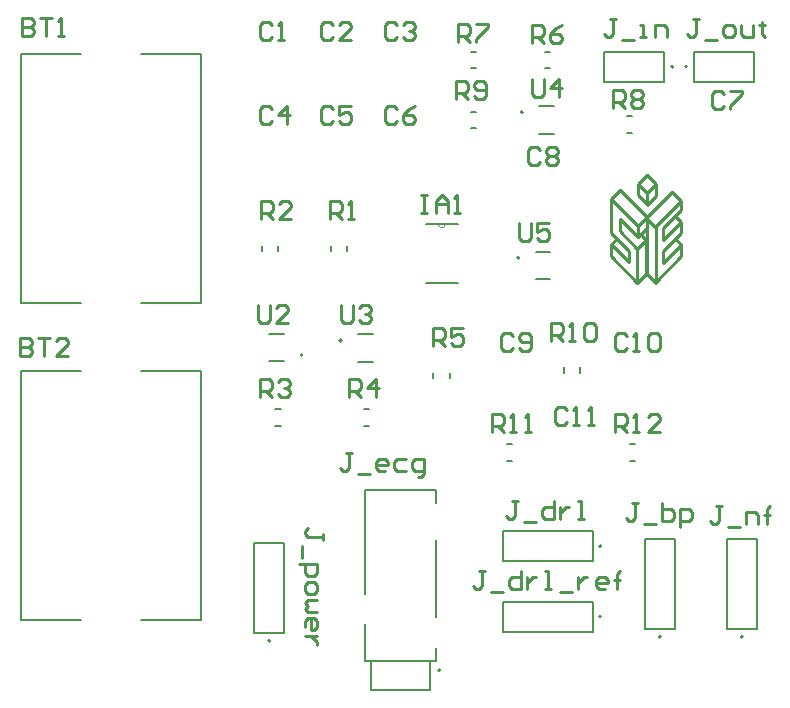
<source format=gbr>
%TF.GenerationSoftware,Altium Limited,DefaultClient, ()*%
G04 Layer_Color=65535*
%FSLAX26Y26*%
%MOIN*%
%TF.SameCoordinates,28E0FE5E-BC46-41F2-A807-9729679EB8C0*%
%TF.FilePolarity,Positive*%
%TF.FileFunction,Legend,Top*%
%TF.Part,Single*%
G01*
G75*
%TA.AperFunction,NonConductor*%
%ADD27C,0.007874*%
%ADD28C,0.000000*%
%ADD29C,0.005000*%
%ADD30C,0.010000*%
%ADD31C,0.006000*%
D27*
X4863858Y1935709D02*
G03*
X4863858Y1935709I-3937J0D01*
G01*
X4296123Y2034410D02*
G03*
X4296123Y2034410I-3937J0D01*
G01*
X4403475Y2986297D02*
G03*
X4403475Y2986297I-3937J0D01*
G01*
X5126260Y3310591D02*
G03*
X5126260Y3310591I-3937J0D01*
G01*
X5137775Y3795965D02*
G03*
X5137775Y3795965I-3937J0D01*
G01*
X5399527Y2350001D02*
G03*
X5399527Y2350001I-3937J0D01*
G01*
X4534081Y3034983D02*
G03*
X4534081Y3034983I-3937J0D01*
G01*
X5598725Y2047456D02*
G03*
X5598725Y2047456I-3937J0D01*
G01*
X5871215Y2047456D02*
G03*
X5871215Y2047456I-3937J0D01*
G01*
X5399528Y2115000D02*
G03*
X5399528Y2115000I-3937J0D01*
G01*
X5639220Y3947402D02*
G03*
X5639220Y3947402I-3937J0D01*
G01*
X5685514D02*
G03*
X5685514Y3947402I-3937J0D01*
G01*
X4242186Y2060000D02*
X4342186D01*
X4242186Y2360000D02*
X4342186D01*
X4242186Y2060000D02*
Y2360000D01*
X4342186Y2060000D02*
Y2360000D01*
X5370000Y2300000D02*
Y2400000D01*
X5070000Y2300000D02*
Y2400000D01*
Y2300000D02*
X5370000D01*
X5070000Y2400000D02*
X5370000D01*
X5544788Y2073046D02*
X5644788D01*
X5544788Y2373046D02*
X5644788D01*
X5544788Y2073046D02*
Y2373046D01*
X5644788Y2073046D02*
Y2373046D01*
X5817278Y2073046D02*
X5917278D01*
X5817278Y2373046D02*
X5917278D01*
X5817278Y2073046D02*
Y2373046D01*
X5917278Y2073046D02*
Y2373046D01*
X5370000Y2065000D02*
Y2165000D01*
X5070000Y2065000D02*
Y2165000D01*
Y2065000D02*
X5370000D01*
X5070000Y2165000D02*
X5370000D01*
X5409692Y3997402D02*
X5609692D01*
X5409692Y3897402D02*
X5609692D01*
X5409692D02*
Y3997402D01*
X5609692Y3897402D02*
Y3997402D01*
X5707168Y3897402D02*
X5907168D01*
X5707168Y3997402D02*
X5907168D01*
Y3897402D02*
Y3997402D01*
X5707168Y3897402D02*
Y3997402D01*
D28*
X4855390Y3422835D02*
G03*
X4879390Y3422835I12000J0D01*
G01*
D29*
X4828426Y1967204D02*
X4848110D01*
X4631574D02*
X4828426D01*
X4611890D02*
X4631574D01*
X4611890D02*
Y2089252D01*
Y2191614D02*
Y2538070D01*
X4848110D01*
Y1967204D02*
Y2010512D01*
Y2112874D02*
Y2368780D01*
Y2494764D02*
Y2538070D01*
X4631574Y1868780D02*
Y1967204D01*
Y1868780D02*
X4828426D01*
Y1967204D01*
X4292254Y3057950D02*
X4341468D01*
X4292254Y2965824D02*
X4341468D01*
X5211792Y3997008D02*
X5229114D01*
X5211792Y3941890D02*
X5229114D01*
X3463480Y3161562D02*
Y3991484D01*
X3663480D01*
X3463480Y3161562D02*
X3663480D01*
X3863480D02*
X4063480D01*
Y3991484D01*
X3863480D02*
X4063480D01*
X3465000Y2105040D02*
Y2934960D01*
X3665000D01*
X3465000Y2105040D02*
X3665000D01*
X3865000D02*
X4065000D01*
Y2934960D01*
X3865000D02*
X4065000D01*
X5328518Y2928124D02*
Y2945446D01*
X5273400Y2928124D02*
Y2945446D01*
X5085242Y2633556D02*
X5102566D01*
X5085242Y2688674D02*
X5102566D01*
X5495534Y2633556D02*
X5512856D01*
X5495534Y2688674D02*
X5512856D01*
X5180394Y3238938D02*
X5229606D01*
X5180394Y3331064D02*
X5229606D01*
X4322356Y3332000D02*
Y3349324D01*
X4267238Y3332000D02*
Y3349324D01*
X4552356Y3332000D02*
Y3349324D01*
X4497238Y3332000D02*
Y3349324D01*
X4964396Y3941890D02*
X4981718D01*
X4964396Y3997008D02*
X4981718D01*
X4964396Y3742816D02*
X4981718D01*
X4964396Y3797934D02*
X4981718D01*
X5191908Y3724312D02*
X5241122D01*
X5191908Y3816438D02*
X5241122D01*
X5485686Y3728248D02*
X5503008D01*
X5485686Y3783366D02*
X5503008D01*
X4588214Y2963330D02*
X4637428D01*
X4588214Y3055456D02*
X4637428D01*
X4839830Y2909160D02*
Y2926484D01*
X4894948Y2909160D02*
Y2926484D01*
X4608096Y2749978D02*
X4625418D01*
X4608096Y2805096D02*
X4625418D01*
X4313052Y2749978D02*
X4330374D01*
X4313052Y2805096D02*
X4330374D01*
D30*
X5580000Y3230000D02*
X5665416Y3315416D01*
X5580000Y3230000D02*
Y3413682D01*
X5551410Y3586676D02*
X5581410Y3556676D01*
X5521410D02*
X5551410Y3586676D01*
X5605416Y3410078D02*
X5665416Y3470078D01*
X5551410Y3526676D02*
X5581410Y3556676D01*
X5636076Y3528926D02*
X5665000Y3500000D01*
X5581410Y3517198D02*
Y3556676D01*
X5665416Y3470078D02*
Y3500416D01*
X5552916Y3445766D02*
X5636076Y3528926D01*
X5579342Y3414342D02*
X5665000Y3500000D01*
X5552126Y3487916D02*
X5581410Y3517198D01*
X5648810Y3448266D02*
X5665416Y3431660D01*
X5552916Y3440766D02*
Y3445766D01*
Y3440766D02*
X5579342Y3414342D01*
X5551410Y3488632D02*
Y3526676D01*
X5646644Y3373266D02*
X5665416Y3354496D01*
X5605934Y3333266D02*
X5665416Y3392748D01*
X5605416Y3371660D02*
X5665416Y3431660D01*
X5521410Y3416676D02*
X5551410Y3446676D01*
X5665416Y3392748D02*
Y3431660D01*
X5461410Y3438464D02*
X5521410Y3378464D01*
X5519674Y3341676D02*
X5549674Y3371676D01*
X5432654Y3355430D02*
X5491410Y3296676D01*
X5431410Y3315948D02*
X5519810Y3227548D01*
X5431410Y3315948D02*
Y3354186D01*
Y3392826D02*
X5491410Y3332826D01*
X5432654Y3355430D02*
X5448898Y3371676D01*
X5491410Y3296676D02*
Y3332826D01*
X5461410Y3399940D02*
X5519674Y3341676D01*
X5521410Y3378464D02*
Y3416676D01*
Y3518632D02*
X5551410Y3488632D01*
X5521410Y3556676D02*
X5551410Y3526676D01*
X5461410Y3536676D02*
X5551410Y3446676D01*
X5431410Y3506676D02*
X5521410Y3416676D01*
X5431410Y3506676D02*
X5461410Y3536676D01*
X5521410Y3518632D02*
Y3556676D01*
X5431410Y3392826D02*
Y3506676D01*
X5461410Y3399940D02*
Y3438464D01*
X5549674Y3258410D02*
Y3371676D01*
X5665416Y3315416D02*
Y3354496D01*
X5605934Y3295014D02*
X5665416Y3354496D01*
X5605934Y3295014D02*
Y3333266D01*
X5551410Y3259148D02*
Y3446676D01*
Y3408464D02*
Y3446676D01*
X5605416Y3371660D02*
Y3410078D01*
X5519810Y3227548D02*
X5549674Y3257414D01*
X5521410Y3378464D02*
X5551410Y3408464D01*
X5536410Y3384940D02*
X5549674Y3371676D01*
X5519810Y3227548D02*
Y3341540D01*
X5549674Y3258410D02*
X5580000Y3228084D01*
X5124000Y3427981D02*
Y3377997D01*
X5133997Y3368000D01*
X5153990D01*
X5163987Y3377997D01*
Y3427981D01*
X5223968D02*
X5183981D01*
Y3397990D01*
X5203974Y3407987D01*
X5213971D01*
X5223968Y3397990D01*
Y3377997D01*
X5213971Y3368000D01*
X5193977D01*
X5183981Y3377997D01*
X5169786Y3906218D02*
Y3856234D01*
X5179783Y3846237D01*
X5199776D01*
X5209773Y3856234D01*
Y3906218D01*
X5259757Y3846237D02*
Y3906218D01*
X5229766Y3876227D01*
X5269753D01*
X4532000Y3152981D02*
Y3102997D01*
X4541997Y3093000D01*
X4561990D01*
X4571987Y3102997D01*
Y3152981D01*
X4591981Y3142984D02*
X4601977Y3152981D01*
X4621971D01*
X4631968Y3142984D01*
Y3132987D01*
X4621971Y3122990D01*
X4611974D01*
X4621971D01*
X4631968Y3112994D01*
Y3102997D01*
X4621971Y3093000D01*
X4601977D01*
X4591981Y3102997D01*
X4255000Y3154981D02*
Y3104997D01*
X4264997Y3095000D01*
X4284990D01*
X4294987Y3104997D01*
Y3154981D01*
X4354968Y3095000D02*
X4314981D01*
X4354968Y3134987D01*
Y3144984D01*
X4344971Y3154981D01*
X4324977D01*
X4314981Y3144984D01*
X5446000Y2730000D02*
Y2789981D01*
X5475990D01*
X5485987Y2779984D01*
Y2759990D01*
X5475990Y2749994D01*
X5446000D01*
X5465993D02*
X5485987Y2730000D01*
X5505981D02*
X5525974D01*
X5515977D01*
Y2789981D01*
X5505981Y2779984D01*
X5595952Y2730000D02*
X5555964D01*
X5595952Y2769987D01*
Y2779984D01*
X5585955Y2789981D01*
X5565961D01*
X5555964Y2779984D01*
X5036000Y2730000D02*
Y2789981D01*
X5065990D01*
X5075987Y2779984D01*
Y2759990D01*
X5065990Y2749994D01*
X5036000D01*
X5055993D02*
X5075987Y2730000D01*
X5095981D02*
X5115974D01*
X5105977D01*
Y2789981D01*
X5095981Y2779984D01*
X5145964Y2730000D02*
X5165958D01*
X5155961D01*
Y2789981D01*
X5145964Y2779984D01*
X5230658Y3034711D02*
Y3094692D01*
X5260649D01*
X5270645Y3084695D01*
Y3064701D01*
X5260649Y3054704D01*
X5230658D01*
X5250652D02*
X5270645Y3034711D01*
X5290639D02*
X5310632D01*
X5300636D01*
Y3094692D01*
X5290639Y3084695D01*
X5340623D02*
X5350619Y3094692D01*
X5370613D01*
X5380610Y3084695D01*
Y3044708D01*
X5370613Y3034711D01*
X5350619D01*
X5340623Y3044708D01*
Y3084695D01*
X4915000Y3839000D02*
Y3898981D01*
X4944990D01*
X4954987Y3888984D01*
Y3868990D01*
X4944990Y3858994D01*
X4915000D01*
X4934993D02*
X4954987Y3839000D01*
X4974981Y3848997D02*
X4984977Y3839000D01*
X5004971D01*
X5014968Y3848997D01*
Y3888984D01*
X5004971Y3898981D01*
X4984977D01*
X4974981Y3888984D01*
Y3878987D01*
X4984977Y3868990D01*
X5014968D01*
X5439363Y3810445D02*
Y3870425D01*
X5469353D01*
X5479350Y3860428D01*
Y3840435D01*
X5469353Y3830438D01*
X5439363D01*
X5459356D02*
X5479350Y3810445D01*
X5499343Y3860428D02*
X5509340Y3870425D01*
X5529333D01*
X5539330Y3860428D01*
Y3850432D01*
X5529333Y3840435D01*
X5539330Y3830438D01*
Y3820441D01*
X5529333Y3810445D01*
X5509340D01*
X5499343Y3820441D01*
Y3830438D01*
X5509340Y3840435D01*
X5499343Y3850432D01*
Y3860428D01*
X5509340Y3840435D02*
X5529333D01*
X4923074Y4031237D02*
Y4091218D01*
X4953064D01*
X4963061Y4081221D01*
Y4061228D01*
X4953064Y4051231D01*
X4923074D01*
X4943067D02*
X4963061Y4031237D01*
X4983054Y4091218D02*
X5023042D01*
Y4081221D01*
X4983054Y4041234D01*
Y4031237D01*
X5167451Y4027792D02*
Y4087772D01*
X5197442D01*
X5207439Y4077776D01*
Y4057782D01*
X5197442Y4047785D01*
X5167451D01*
X5187445D02*
X5207439Y4027792D01*
X5267419Y4087772D02*
X5247426Y4077776D01*
X5227432Y4057782D01*
Y4037789D01*
X5237429Y4027792D01*
X5257422D01*
X5267419Y4037789D01*
Y4047785D01*
X5257422Y4057782D01*
X5227432D01*
X4839000Y3016000D02*
Y3075981D01*
X4868990D01*
X4878987Y3065984D01*
Y3045990D01*
X4868990Y3035994D01*
X4839000D01*
X4858993D02*
X4878987Y3016000D01*
X4938968Y3075981D02*
X4898981D01*
Y3045990D01*
X4918974Y3055987D01*
X4928971D01*
X4938968Y3045990D01*
Y3025997D01*
X4928971Y3016000D01*
X4908977D01*
X4898981Y3025997D01*
X4558000Y2846000D02*
Y2905981D01*
X4587990D01*
X4597987Y2895984D01*
Y2875990D01*
X4587990Y2865994D01*
X4558000D01*
X4577993D02*
X4597987Y2846000D01*
X4647971D02*
Y2905981D01*
X4617981Y2875990D01*
X4657968D01*
X4263000Y2846000D02*
Y2905981D01*
X4292990D01*
X4302987Y2895984D01*
Y2875990D01*
X4292990Y2865994D01*
X4263000D01*
X4282993D02*
X4302987Y2846000D01*
X4322981Y2895984D02*
X4332977Y2905981D01*
X4352971D01*
X4362968Y2895984D01*
Y2885987D01*
X4352971Y2875990D01*
X4342974D01*
X4352971D01*
X4362968Y2865994D01*
Y2855997D01*
X4352971Y2846000D01*
X4332977D01*
X4322981Y2855997D01*
X4266000Y3439000D02*
Y3498981D01*
X4295990D01*
X4305987Y3488984D01*
Y3468990D01*
X4295990Y3458994D01*
X4266000D01*
X4285993D02*
X4305987Y3439000D01*
X4365968D02*
X4325981D01*
X4365968Y3478987D01*
Y3488984D01*
X4355971Y3498981D01*
X4335977D01*
X4325981Y3488984D01*
X4496000Y3439000D02*
Y3498981D01*
X4525990D01*
X4535987Y3488984D01*
Y3468990D01*
X4525990Y3458994D01*
X4496000D01*
X4515993D02*
X4535987Y3439000D01*
X4555981D02*
X4575974D01*
X4565977D01*
Y3498981D01*
X4555981Y3488984D01*
X4469987Y2369950D02*
Y2389943D01*
Y2379947D01*
X4420003D01*
X4410007Y2389943D01*
Y2399940D01*
X4420003Y2409937D01*
X4400010Y2349956D02*
Y2309969D01*
X4390013Y2289976D02*
X4449994D01*
Y2259985D01*
X4439997Y2249989D01*
X4420003D01*
X4410007Y2259985D01*
Y2289976D01*
Y2219998D02*
Y2200005D01*
X4420003Y2190008D01*
X4439997D01*
X4449994Y2200005D01*
Y2219998D01*
X4439997Y2229995D01*
X4420003D01*
X4410007Y2219998D01*
X4449994Y2170015D02*
X4420003D01*
X4410007Y2160018D01*
X4420003Y2150021D01*
X4410007Y2140024D01*
X4420003Y2130027D01*
X4449994D01*
X4410007Y2080044D02*
Y2100037D01*
X4420003Y2110034D01*
X4439997D01*
X4449994Y2100037D01*
Y2080044D01*
X4439997Y2070047D01*
X4430000D01*
Y2110034D01*
X4449994Y2050053D02*
X4410007D01*
X4430000D01*
X4439997Y2040056D01*
X4449994Y2030060D01*
Y2020063D01*
X5723987Y4107981D02*
X5703993D01*
X5713990D01*
Y4057997D01*
X5703993Y4048000D01*
X5693997D01*
X5684000Y4057997D01*
X5743981Y4038003D02*
X5783968D01*
X5813958Y4048000D02*
X5833952D01*
X5843948Y4057997D01*
Y4077990D01*
X5833952Y4087987D01*
X5813958D01*
X5803961Y4077990D01*
Y4057997D01*
X5813958Y4048000D01*
X5863942Y4087987D02*
Y4057997D01*
X5873939Y4048000D01*
X5903929D01*
Y4087987D01*
X5933919Y4097984D02*
Y4087987D01*
X5923922D01*
X5943916D01*
X5933919D01*
Y4057997D01*
X5943916Y4048000D01*
X5801496Y2483036D02*
X5781502D01*
X5791499D01*
Y2433052D01*
X5781502Y2423055D01*
X5771506D01*
X5761509Y2433052D01*
X5821489Y2413058D02*
X5861476D01*
X5881470Y2423055D02*
Y2463042D01*
X5911460D01*
X5921457Y2453045D01*
Y2423055D01*
X5951447D02*
Y2473039D01*
Y2453045D01*
X5941451D01*
X5961444D01*
X5951447D01*
Y2473039D01*
X5961444Y2483036D01*
X5448987Y4107981D02*
X5428993D01*
X5438990D01*
Y4057997D01*
X5428993Y4048000D01*
X5418997D01*
X5409000Y4057997D01*
X5468981Y4038003D02*
X5508968D01*
X5528961Y4048000D02*
X5548955D01*
X5538958D01*
Y4087987D01*
X5528961D01*
X5578945Y4048000D02*
Y4087987D01*
X5608935D01*
X5618932Y4077990D01*
Y4048000D01*
X4567987Y2658981D02*
X4547993D01*
X4557990D01*
Y2608997D01*
X4547993Y2599000D01*
X4537997D01*
X4528000Y2608997D01*
X4587981Y2589003D02*
X4627968D01*
X4677952Y2599000D02*
X4657958D01*
X4647961Y2608997D01*
Y2628990D01*
X4657958Y2638987D01*
X4677952D01*
X4687948Y2628990D01*
Y2618994D01*
X4647961D01*
X4747929Y2638987D02*
X4717939D01*
X4707942Y2628990D01*
Y2608997D01*
X4717939Y2599000D01*
X4747929D01*
X4787916Y2579006D02*
X4797913D01*
X4807909Y2589003D01*
Y2638987D01*
X4777919D01*
X4767922Y2628990D01*
Y2608997D01*
X4777919Y2599000D01*
X4807909D01*
X5120635Y2500636D02*
X5100641D01*
X5110638D01*
Y2450653D01*
X5100641Y2440656D01*
X5090645D01*
X5080648Y2450653D01*
X5140628Y2430659D02*
X5180615D01*
X5240596Y2500636D02*
Y2440656D01*
X5210606D01*
X5200609Y2450653D01*
Y2470646D01*
X5210606Y2480643D01*
X5240596D01*
X5260590D02*
Y2440656D01*
Y2460649D01*
X5270586Y2470646D01*
X5280583Y2480643D01*
X5290580D01*
X5320570Y2440656D02*
X5340564D01*
X5330567D01*
Y2500636D01*
X5320570D01*
X5011895Y2266392D02*
X4991902D01*
X5001898D01*
Y2216409D01*
X4991902Y2206412D01*
X4981905D01*
X4971908Y2216409D01*
X5031889Y2196415D02*
X5071876D01*
X5131856Y2266392D02*
Y2206412D01*
X5101866D01*
X5091869Y2216409D01*
Y2236402D01*
X5101866Y2246399D01*
X5131856D01*
X5151850D02*
Y2206412D01*
Y2226405D01*
X5161847Y2236402D01*
X5171843Y2246399D01*
X5181840D01*
X5211831Y2206412D02*
X5231824D01*
X5221827D01*
Y2266392D01*
X5211831D01*
X5261814Y2196415D02*
X5301801D01*
X5321795Y2246399D02*
Y2206412D01*
Y2226405D01*
X5331792Y2236402D01*
X5341788Y2246399D01*
X5351785D01*
X5411766Y2206412D02*
X5391772D01*
X5381775Y2216409D01*
Y2236402D01*
X5391772Y2246399D01*
X5411766D01*
X5421763Y2236402D01*
Y2226405D01*
X5381775D01*
X5451753Y2206412D02*
Y2256396D01*
Y2236402D01*
X5441756D01*
X5461750D01*
X5451753D01*
Y2256396D01*
X5461750Y2266392D01*
X5522325Y2493034D02*
X5502332D01*
X5512328D01*
Y2443050D01*
X5502332Y2433053D01*
X5492335D01*
X5482338Y2443050D01*
X5542319Y2423057D02*
X5582306D01*
X5602299Y2493034D02*
Y2433053D01*
X5632289D01*
X5642286Y2443050D01*
Y2453047D01*
Y2463044D01*
X5632289Y2473040D01*
X5602299D01*
X5662280Y2413060D02*
Y2473040D01*
X5692270D01*
X5702267Y2463044D01*
Y2443050D01*
X5692270Y2433053D01*
X5662280D01*
X4799800Y3519648D02*
X4819793D01*
X4809797D01*
Y3459667D01*
X4799800D01*
X4819793D01*
X4849784D02*
Y3499654D01*
X4869777Y3519648D01*
X4889771Y3499654D01*
Y3459667D01*
Y3489657D01*
X4849784D01*
X4909764Y3459667D02*
X4929758D01*
X4919761D01*
Y3519648D01*
X4909764Y3509651D01*
X5284148Y2803028D02*
X5274151Y2813024D01*
X5254158D01*
X5244161Y2803028D01*
Y2763041D01*
X5254158Y2753044D01*
X5274151D01*
X5284148Y2763041D01*
X5304142Y2753044D02*
X5324135D01*
X5314139D01*
Y2813024D01*
X5304142Y2803028D01*
X5354126Y2753044D02*
X5374119D01*
X5364122D01*
Y2813024D01*
X5354126Y2803028D01*
X5485987Y3049984D02*
X5475990Y3059981D01*
X5455997D01*
X5446000Y3049984D01*
Y3009997D01*
X5455997Y3000000D01*
X5475990D01*
X5485987Y3009997D01*
X5505981Y3000000D02*
X5525974D01*
X5515977D01*
Y3059981D01*
X5505981Y3049984D01*
X5555964D02*
X5565961Y3059981D01*
X5585955D01*
X5595952Y3049984D01*
Y3009997D01*
X5585955Y3000000D01*
X5565961D01*
X5555964Y3009997D01*
Y3049984D01*
X5103987D02*
X5093990Y3059981D01*
X5073997D01*
X5064000Y3049984D01*
Y3009997D01*
X5073997Y3000000D01*
X5093990D01*
X5103987Y3009997D01*
X5123981D02*
X5133977Y3000000D01*
X5153971D01*
X5163968Y3009997D01*
Y3049984D01*
X5153971Y3059981D01*
X5133977D01*
X5123981Y3049984D01*
Y3039987D01*
X5133977Y3029990D01*
X5163968D01*
X5195003Y3669994D02*
X5185007Y3679990D01*
X5165013D01*
X5155016Y3669994D01*
Y3630006D01*
X5165013Y3620010D01*
X5185007D01*
X5195003Y3630006D01*
X5214997Y3669994D02*
X5224994Y3679990D01*
X5244987D01*
X5254984Y3669994D01*
Y3659997D01*
X5244987Y3650000D01*
X5254984Y3640003D01*
Y3630006D01*
X5244987Y3620010D01*
X5224994D01*
X5214997Y3630006D01*
Y3640003D01*
X5224994Y3650000D01*
X5214997Y3659997D01*
Y3669994D01*
X5224994Y3650000D02*
X5244987D01*
X5807171Y3856470D02*
X5797174Y3866467D01*
X5777181D01*
X5767184Y3856470D01*
Y3816483D01*
X5777181Y3806486D01*
X5797174D01*
X5807171Y3816483D01*
X5827165Y3866467D02*
X5867152D01*
Y3856470D01*
X5827165Y3816483D01*
Y3806486D01*
X4718987Y3807984D02*
X4708990Y3817981D01*
X4688997D01*
X4679000Y3807984D01*
Y3767997D01*
X4688997Y3758000D01*
X4708990D01*
X4718987Y3767997D01*
X4778968Y3817981D02*
X4758974Y3807984D01*
X4738981Y3787990D01*
Y3767997D01*
X4748977Y3758000D01*
X4768971D01*
X4778968Y3767997D01*
Y3777994D01*
X4768971Y3787990D01*
X4738981D01*
X4504987Y3807984D02*
X4494990Y3817981D01*
X4474997D01*
X4465000Y3807984D01*
Y3767997D01*
X4474997Y3758000D01*
X4494990D01*
X4504987Y3767997D01*
X4564968Y3817981D02*
X4524981D01*
Y3787990D01*
X4544974Y3797987D01*
X4554971D01*
X4564968Y3787990D01*
Y3767997D01*
X4554971Y3758000D01*
X4534977D01*
X4524981Y3767997D01*
X4302987Y3807984D02*
X4292990Y3817981D01*
X4272997D01*
X4263000Y3807984D01*
Y3767997D01*
X4272997Y3758000D01*
X4292990D01*
X4302987Y3767997D01*
X4352971Y3758000D02*
Y3817981D01*
X4322981Y3787990D01*
X4362968D01*
X4718987Y4087984D02*
X4708990Y4097981D01*
X4688997D01*
X4679000Y4087984D01*
Y4047997D01*
X4688997Y4038000D01*
X4708990D01*
X4718987Y4047997D01*
X4738981Y4087984D02*
X4748977Y4097981D01*
X4768971D01*
X4778968Y4087984D01*
Y4077987D01*
X4768971Y4067990D01*
X4758974D01*
X4768971D01*
X4778968Y4057994D01*
Y4047997D01*
X4768971Y4038000D01*
X4748977D01*
X4738981Y4047997D01*
X4504987Y4087984D02*
X4494990Y4097981D01*
X4474997D01*
X4465000Y4087984D01*
Y4047997D01*
X4474997Y4038000D01*
X4494990D01*
X4504987Y4047997D01*
X4564968Y4038000D02*
X4524981D01*
X4564968Y4077987D01*
Y4087984D01*
X4554971Y4097981D01*
X4534977D01*
X4524981Y4087984D01*
X4302987D02*
X4292990Y4097981D01*
X4272997D01*
X4263000Y4087984D01*
Y4047997D01*
X4272997Y4038000D01*
X4292990D01*
X4302987Y4047997D01*
X4322981Y4038000D02*
X4342974D01*
X4332977D01*
Y4097981D01*
X4322981Y4087984D01*
X3462680Y3043833D02*
Y2983852D01*
X3492671D01*
X3502667Y2993849D01*
Y3003846D01*
X3492671Y3013842D01*
X3462680D01*
X3492671D01*
X3502667Y3023839D01*
Y3033836D01*
X3492671Y3043833D01*
X3462680D01*
X3522661D02*
X3562648D01*
X3542654D01*
Y2983852D01*
X3622629D02*
X3582642D01*
X3622629Y3023839D01*
Y3033836D01*
X3612632Y3043833D01*
X3592638D01*
X3582642Y3033836D01*
X3467571Y4108583D02*
Y4048602D01*
X3497561D01*
X3507558Y4058599D01*
Y4068596D01*
X3497561Y4078593D01*
X3467571D01*
X3497561D01*
X3507558Y4088590D01*
Y4098586D01*
X3497561Y4108583D01*
X3467571D01*
X3527552D02*
X3567539D01*
X3547545D01*
Y4048602D01*
X3587532D02*
X3607526D01*
X3597529D01*
Y4108583D01*
X3587532Y4098586D01*
D31*
X4813390Y3226836D02*
X4921390D01*
X4879390Y3422836D02*
X4921390D01*
X4855390D02*
X4879390D01*
X4813390D02*
X4855390D01*
%TF.MD5,d09e6af48fd11240ae6c2d878583268a*%
M02*

</source>
